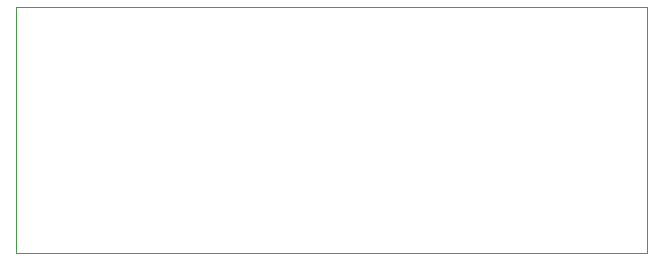
<source format=gbr>
G04 #@! TF.GenerationSoftware,KiCad,Pcbnew,8.0.6*
G04 #@! TF.CreationDate,2025-06-27T19:48:10+01:00*
G04 #@! TF.ProjectId,2x1,3278312e-6b69-4636-9164-5f7063625858,0.1*
G04 #@! TF.SameCoordinates,Original*
G04 #@! TF.FileFunction,Profile,NP*
%FSLAX46Y46*%
G04 Gerber Fmt 4.6, Leading zero omitted, Abs format (unit mm)*
G04 Created by KiCad (PCBNEW 8.0.6) date 2025-06-27 19:48:10*
%MOMM*%
%LPD*%
G01*
G04 APERTURE LIST*
G04 #@! TA.AperFunction,Profile*
%ADD10C,0.050000*%
G04 #@! TD*
G04 APERTURE END LIST*
D10*
X78696942Y-53086000D02*
X132148942Y-53086000D01*
X132148942Y-73914000D01*
X78696942Y-73914000D01*
X78696942Y-53086000D01*
M02*

</source>
